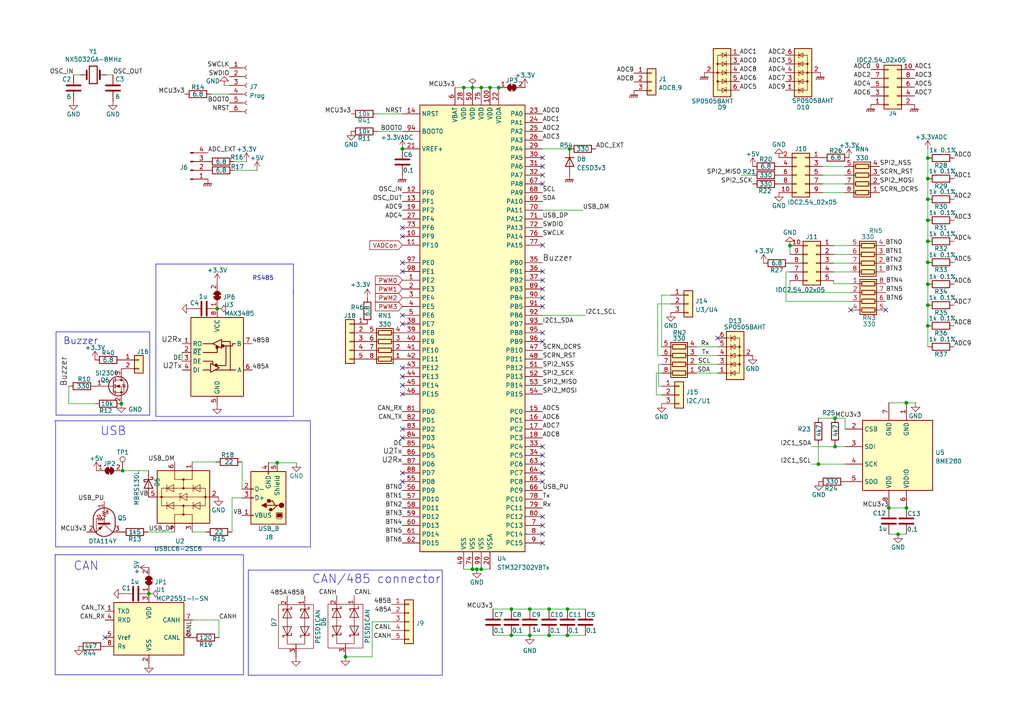
<source format=kicad_sch>
(kicad_sch (version 20230121) (generator eeschema)
  (paper "A4")
  (junction (at 269.113 82.423))
  (junction (at 229.108 71.247))
  (junction (at 165.227 43.18))
  (junction (at 35.179 117.094))
  (junction (at 144.653 25.4))
  (junction (at 142.113 25.4))
  (junction (at 260.477 154.94))
  (junction (at 137.033 165.1))
  (junction (at 269.113 88.519))
  (junction (at 100.203 190.5))
  (junction (at 134.493 25.4))
  (junction (at 159.258 176.657))
  (junction (at 257.81 147.32))
  (junction (at 164.592 184.277))
  (junction (at 159.258 184.277))
  (junction (at 269.113 51.816))
  (junction (at 242.189 121.285))
  (junction (at 153.67 184.277))
  (junction (at 262.89 147.32))
  (junction (at 269.113 45.847))
  (junction (at 269.113 94.488))
  (junction (at 139.573 25.4))
  (junction (at 269.113 69.977))
  (junction (at 269.113 63.881))
  (junction (at 139.573 165.1))
  (junction (at 148.336 176.657))
  (junction (at 262.89 116.84))
  (junction (at 137.033 25.4))
  (junction (at 269.113 57.785))
  (junction (at 43.18 172.212))
  (junction (at 269.113 76.073))
  (junction (at 62.992 89.535))
  (junction (at 148.336 184.277))
  (junction (at 237.363 134.62))
  (junction (at 164.592 176.657))
  (junction (at 153.67 176.657))
  (junction (at 80.391 134.239))
  (junction (at 116.713 43.18))
  (junction (at 35.56 136.525))
  (junction (at 242.189 129.54))
  (junction (at 138.303 165.1))
  (no_connect (at 157.353 71.12))
  (no_connect (at 157.353 132.08))
  (no_connect (at 157.353 129.54))
  (no_connect (at 256.921 89.916))
  (no_connect (at 246.761 89.916))
  (no_connect (at 157.353 157.48))
  (no_connect (at 116.713 66.04))
  (no_connect (at 157.353 81.28))
  (no_connect (at 157.353 45.72))
  (no_connect (at 157.353 48.26))
  (no_connect (at 157.353 50.8))
  (no_connect (at 157.353 53.34))
  (no_connect (at 30.48 184.912))
  (no_connect (at 208.153 98.044))
  (no_connect (at 116.713 137.16))
  (no_connect (at 116.713 139.7))
  (no_connect (at 116.713 106.68))
  (no_connect (at 116.713 109.22))
  (no_connect (at 116.713 111.76))
  (no_connect (at 116.713 114.3))
  (no_connect (at 116.713 124.46))
  (no_connect (at 116.713 127))
  (no_connect (at 157.353 139.7))
  (no_connect (at 157.353 137.16))
  (no_connect (at 157.353 134.62))
  (no_connect (at 157.353 154.94))
  (no_connect (at 157.353 152.4))
  (no_connect (at 157.353 149.86))
  (no_connect (at 116.713 68.58))
  (no_connect (at 157.353 99.06))
  (no_connect (at 157.353 96.52))
  (no_connect (at 157.353 78.74))
  (no_connect (at 116.713 76.2))
  (no_connect (at 116.713 78.74))
  (no_connect (at 116.713 91.44))
  (no_connect (at 116.713 93.98))
  (no_connect (at 157.353 83.82))
  (no_connect (at 157.353 88.9))
  (no_connect (at 157.353 86.36))
  (wire (pts (xy 159.258 176.657) (xy 164.592 176.657)))
  (wire (pts (xy 235.331 134.62) (xy 237.363 134.62)))
  (wire (pts (xy 131.953 25.4) (xy 134.493 25.4)))
  (wire (pts (xy 238.633 50.8) (xy 244.983 50.8)))
  (wire (pts (xy 241.808 76.327) (xy 246.634 76.327)))
  (wire (pts (xy 208.153 100.584) (xy 202.057 100.584)))
  (wire (pts (xy 269.113 51.816) (xy 269.113 57.785)))
  (wire (pts (xy 137.033 165.1) (xy 138.303 165.1)))
  (wire (pts (xy 191.897 103.124) (xy 190.754 103.124)))
  (wire (pts (xy 67.31 144.399) (xy 70.231 144.399)))
  (polyline (pts (xy 128.27 165.354) (xy 123.317 165.354)))
  (wire (pts (xy 229.108 78.867) (xy 227.965 78.867)))
  (wire (pts (xy 32.766 21.717) (xy 30.861 21.717)))
  (polyline (pts (xy 16.129 122.047) (xy 16.129 158.623)))
  (wire (pts (xy 153.67 184.277) (xy 159.258 184.277)))
  (wire (pts (xy 237.363 121.285) (xy 242.189 121.285)))
  (wire (pts (xy 242.189 129.54) (xy 245.11 129.54)))
  (wire (pts (xy 269.113 43.307) (xy 269.113 45.847)))
  (wire (pts (xy 241.808 78.867) (xy 246.634 78.867)))
  (wire (pts (xy 134.493 25.4) (xy 137.033 25.4)))
  (wire (pts (xy 269.113 45.847) (xy 269.113 51.816)))
  (wire (pts (xy 80.391 134.239) (xy 85.979 134.239)))
  (wire (pts (xy 143.002 176.657) (xy 148.336 176.657)))
  (polyline (pts (xy 72.009 165.354) (xy 72.009 195.834)))
  (polyline (pts (xy 123.571 195.834) (xy 128.27 195.834)))
  (wire (pts (xy 229.108 71.247) (xy 229.108 73.787)))
  (wire (pts (xy 148.336 184.277) (xy 153.67 184.277)))
  (wire (pts (xy 208.153 105.664) (xy 202.057 105.664)))
  (wire (pts (xy 245.11 134.62) (xy 237.363 134.62)))
  (wire (pts (xy 237.363 134.62) (xy 237.363 128.905)))
  (wire (pts (xy 241.808 73.787) (xy 246.634 73.787)))
  (polyline (pts (xy 85.09 120.777) (xy 85.09 84.201)))
  (wire (pts (xy 257.81 154.94) (xy 260.477 154.94)))
  (wire (pts (xy 241.808 81.407) (xy 241.808 82.296)))
  (wire (pts (xy 107.95 180.34) (xy 107.95 190.5)))
  (wire (pts (xy 100.203 190.627) (xy 100.203 190.5)))
  (polyline (pts (xy 16.256 120.396) (xy 16.256 96.266)))
  (polyline (pts (xy 72.009 165.354) (xy 123.571 165.354)))
  (polyline (pts (xy 16.129 158.623) (xy 90.043 158.623)))
  (wire (pts (xy 139.573 25.4) (xy 142.113 25.4)))
  (wire (pts (xy 208.153 103.124) (xy 202.057 103.124)))
  (wire (pts (xy 238.633 48.26) (xy 244.983 48.26)))
  (wire (pts (xy 194.564 88.138) (xy 190.754 88.138)))
  (wire (pts (xy 227.965 87.376) (xy 246.761 87.376)))
  (wire (pts (xy 42.926 154.305) (xy 50.673 154.305)))
  (wire (pts (xy 52.832 104.775) (xy 52.832 102.235)))
  (wire (pts (xy 35.56 136.525) (xy 43.053 136.525)))
  (wire (pts (xy 260.477 154.94) (xy 262.89 154.94)))
  (wire (pts (xy 159.258 184.277) (xy 164.592 184.277)))
  (wire (pts (xy 229.108 84.836) (xy 229.108 81.407)))
  (wire (pts (xy 262.89 116.84) (xy 265.557 116.84)))
  (wire (pts (xy 169.799 176.657) (xy 164.592 176.657)))
  (wire (pts (xy 169.799 184.277) (xy 164.592 184.277)))
  (wire (pts (xy 138.303 165.1) (xy 139.573 165.1)))
  (wire (pts (xy 242.189 128.905) (xy 242.189 129.54)))
  (wire (pts (xy 148.336 176.657) (xy 153.67 176.657)))
  (wire (pts (xy 241.808 82.296) (xy 246.761 82.296)))
  (wire (pts (xy 269.113 57.785) (xy 269.113 63.881)))
  (wire (pts (xy 19.939 117.094) (xy 19.939 112.014)))
  (polyline (pts (xy 123.571 195.834) (xy 72.009 195.834)))
  (wire (pts (xy 142.113 25.4) (xy 144.653 25.4)))
  (polyline (pts (xy 70.612 195.707) (xy 16.002 195.707)))
  (polyline (pts (xy 16.002 195.707) (xy 16.002 160.782)))
  (wire (pts (xy 241.808 71.247) (xy 246.634 71.247)))
  (wire (pts (xy 190.373 108.204) (xy 190.373 114.554)))
  (polyline (pts (xy 45.212 76.581) (xy 45.212 84.074)))
  (wire (pts (xy 65.024 24.765) (xy 66.548 24.765)))
  (polyline (pts (xy 43.434 96.266) (xy 43.434 120.396)))
  (polyline (pts (xy 128.27 195.834) (xy 128.27 165.354)))
  (wire (pts (xy 238.633 53.34) (xy 244.983 53.34)))
  (wire (pts (xy 191.897 85.598) (xy 191.897 100.584)))
  (wire (pts (xy 227.965 78.867) (xy 227.965 87.376)))
  (wire (pts (xy 238.633 55.88) (xy 244.983 55.88)))
  (wire (pts (xy 246.761 84.836) (xy 229.108 84.836)))
  (wire (pts (xy 134.493 165.1) (xy 137.033 165.1)))
  (polyline (pts (xy 45.212 84.201) (xy 45.212 120.777)))
  (polyline (pts (xy 15.875 122.047) (xy 90.043 122.047)))
  (wire (pts (xy 139.573 165.1) (xy 142.113 165.1)))
  (wire (pts (xy 191.008 105.664) (xy 191.897 105.664)))
  (wire (pts (xy 61.214 27.305) (xy 66.548 27.305)))
  (wire (pts (xy 63.5 184.912) (xy 63.5 179.832)))
  (wire (pts (xy 55.753 154.305) (xy 59.69 154.305)))
  (polyline (pts (xy 85.09 84.963) (xy 85.09 76.581)))
  (polyline (pts (xy 43.434 120.396) (xy 16.256 120.396)))
  (wire (pts (xy 269.113 94.488) (xy 269.113 100.584)))
  (wire (pts (xy 67.31 154.305) (xy 67.31 144.399)))
  (wire (pts (xy 169.799 91.44) (xy 157.353 91.44)))
  (wire (pts (xy 137.033 25.4) (xy 139.573 25.4)))
  (wire (pts (xy 269.113 82.423) (xy 269.113 88.519)))
  (wire (pts (xy 215.011 50.8) (xy 218.313 50.8)))
  (wire (pts (xy 109.474 33.02) (xy 116.713 33.02)))
  (wire (pts (xy 269.113 63.881) (xy 269.113 69.977)))
  (wire (pts (xy 242.189 121.285) (xy 245.11 121.285)))
  (wire (pts (xy 169.037 60.96) (xy 157.353 60.96)))
  (wire (pts (xy 55.753 133.985) (xy 62.611 133.985)))
  (wire (pts (xy 191.897 112.014) (xy 191.008 112.014)))
  (wire (pts (xy 269.113 69.977) (xy 269.113 76.073)))
  (wire (pts (xy 190.373 114.554) (xy 191.897 114.554)))
  (polyline (pts (xy 16.002 160.909) (xy 70.612 160.909)))
  (wire (pts (xy 257.81 147.32) (xy 262.89 147.32)))
  (wire (pts (xy 190.754 88.138) (xy 190.754 103.124)))
  (wire (pts (xy 269.113 76.073) (xy 269.113 82.423)))
  (wire (pts (xy 21.336 21.717) (xy 23.241 21.717)))
  (wire (pts (xy 67.945 46.863) (xy 71.501 46.863)))
  (wire (pts (xy 100.203 190.5) (xy 107.95 190.5)))
  (wire (pts (xy 109.474 38.1) (xy 116.713 38.1)))
  (wire (pts (xy 208.153 108.204) (xy 202.057 108.204)))
  (wire (pts (xy 153.67 176.657) (xy 159.258 176.657)))
  (wire (pts (xy 77.851 134.239) (xy 80.391 134.239)))
  (polyline (pts (xy 85.09 76.581) (xy 45.212 76.581)))
  (wire (pts (xy 245.11 121.285) (xy 245.11 124.46)))
  (wire (pts (xy 191.897 85.598) (xy 194.564 85.598)))
  (polyline (pts (xy 16.256 96.266) (xy 43.434 96.266)))
  (polyline (pts (xy 90.043 158.623) (xy 90.043 122.047)))
  (wire (pts (xy 27.559 117.094) (xy 19.939 117.094)))
  (wire (pts (xy 143.002 184.277) (xy 148.336 184.277)))
  (wire (pts (xy 269.113 88.519) (xy 269.113 94.488)))
  (wire (pts (xy 191.008 112.014) (xy 191.008 105.664)))
  (polyline (pts (xy 70.612 160.909) (xy 70.612 195.707)))
  (wire (pts (xy 70.231 133.985) (xy 70.231 141.859)))
  (wire (pts (xy 67.945 49.403) (xy 74.549 49.403)))
  (wire (pts (xy 157.353 43.18) (xy 165.227 43.18)))
  (polyline (pts (xy 45.212 120.777) (xy 85.09 120.777)))
  (wire (pts (xy 257.81 116.84) (xy 262.89 116.84)))
  (wire (pts (xy 191.897 108.204) (xy 190.373 108.204)))
  (wire (pts (xy 63.5 179.832) (xy 55.88 179.832)))
  (wire (pts (xy 235.331 129.54) (xy 242.189 129.54)))
  (wire (pts (xy 113.538 180.34) (xy 107.95 180.34)))
  (text "USB" (at 36.703 126.619 0) (effects (font (size 2.4892 2.4892)) (justify right bottom)))
  (text "RS485" (at 73.152 81.534 0) (effects (font (size 1.27 1.27)) (justify left bottom)))
  (text "Buzzer" (at 18.288 100.203 0) (effects (font (size 2.0066 2.0066)) (justify left bottom)))
  (text "CAN/485 connector" (at 90.424 169.545 0) (effects (font (size 2.4892 2.4892)) (justify left bottom)))
  (text "CAN" (at 28.702 165.735 0) (effects (font (size 2.4892 2.4892)) (justify right bottom)))
  (label "CAN_TX" (at 30.48 177.292 180))
  (label "SPI2_SCK" (at 218.313 53.34 180))
  (label "ADC1" (at 265.303 20.193 0))
  (label "ADC8" (at 183.896 23.749 180))
  (label "ADC4" (at 116.713 63.5 180))
  (label "OSC_IN" (at 21.336 21.717 180))
  (label "MCU3v3" (at 131.953 25.4 180))
  (label "ADC_EXT" (at 172.847 43.18 0))
  (label "ADC0" (at 157.353 33.02 0))
  (label "SCRN_RST" (at 157.353 104.14 0))
  (label "ADC4" (at 252.603 25.273 180))
  (label "BOOT0" (at 66.548 29.845 180))
  (label "Tx" (at 205.74 103.124 180))
  (label "CANH" (at 113.538 185.42 180))
  (label "CAN_TX" (at 116.713 121.92 180))
  (label "OSC_IN" (at 116.713 55.88 180))
  (label "U2Tx" (at 52.832 107.315 180) (effects (font (size 1.524 1.524))))
  (label "OSC_OUT" (at 116.713 58.42 180))
  (label "SWDIO" (at 66.548 22.225 180))
  (label "DE" (at 52.832 104.775 180))
  (label "CAN_RX" (at 116.713 119.38 180))
  (label "MCU3v3" (at 257.81 147.32 180))
  (label "CAN_RX" (at 30.48 179.832 180))
  (label "VB" (at 70.231 149.479 180))
  (label "CANL" (at 55.88 184.912 90))
  (label "SCRN_RST" (at 255.143 50.8 0))
  (label "MCU3v3" (at 101.854 33.02 180))
  (label "SPI2_NSS" (at 255.143 48.26 0))
  (label "Buzzer" (at 19.939 112.014 90) (effects (font (size 1.7018 1.7018))))
  (label "ADC1" (at 276.733 51.816 0))
  (label "ADC5" (at 157.353 119.38 0))
  (label "MCU3v3" (at 25.146 154.305 180))
  (label "SDA" (at 157.353 58.42 0))
  (label "BTN1" (at 256.794 73.787 0))
  (label "SCRN_DCRS" (at 255.143 55.88 0))
  (label "USB_DP" (at 50.673 154.305 180))
  (label "ADC0" (at 276.733 45.847 0))
  (label "485B" (at 88.392 172.847 180))
  (label "SPI2_MISO" (at 157.353 111.76 0))
  (label "USB_DM" (at 169.037 60.96 0))
  (label "USB_DM" (at 50.673 133.985 180))
  (label "ADC7" (at 265.303 27.813 0))
  (label "NRST" (at 66.548 32.385 180))
  (label "ADC6" (at 252.603 27.813 180))
  (label "ADC4" (at 276.733 69.977 0))
  (label "SCRN_DCRS" (at 157.353 101.6 0))
  (label "485B" (at 113.538 175.26 180))
  (label "ADC2" (at 157.353 38.1 0))
  (label "BTN3" (at 256.794 78.867 0))
  (label "ADC0" (at 252.603 20.193 180))
  (label "VB" (at 43.053 144.145 180))
  (label "BTN2" (at 256.794 76.327 0))
  (label "ADC7" (at 157.353 124.46 0))
  (label "MCU3v3" (at 143.002 176.657 180))
  (label "USB_DP" (at 157.353 63.5 0))
  (label "CANL" (at 102.743 172.72 0))
  (label "U2Tx" (at 116.713 132.08 180) (effects (font (size 1.524 1.524))))
  (label "CANL" (at 113.538 182.88 180))
  (label "OSC_OUT" (at 32.766 21.717 0))
  (label "SWCLK" (at 66.548 19.685 180))
  (label "Buzzer" (at 157.353 76.2 0) (effects (font (size 1.7018 1.7018))))
  (label "BTN3" (at 116.713 149.86 180))
  (label "DE" (at 116.713 129.54 180))
  (label "485A" (at 113.538 177.8 180))
  (label "SPI2_MOSI" (at 255.143 53.34 0))
  (label "ADC3" (at 227.838 18.542 180))
  (label "SCL" (at 206.121 105.664 180))
  (label "ADC8" (at 157.353 127 0))
  (label "ADC0" (at 214.503 18.542 0))
  (label "ADC_EXT" (at 60.325 44.323 0))
  (label "I2C1_SDA" (at 235.331 129.54 180))
  (label "ADC7" (at 276.733 88.519 0))
  (label "ADC6" (at 157.353 121.92 0))
  (label "BTN5" (at 116.713 154.94 180))
  (label "ADC1" (at 214.503 16.002 0))
  (label "I2C1_SCL" (at 235.331 134.62 180))
  (label "U2Rx" (at 116.713 134.62 180) (effects (font (size 1.524 1.524))))
  (label "BOOT0" (at 116.713 38.1 180))
  (label "ADC2" (at 276.733 57.785 0))
  (label "U2Rx" (at 52.832 99.695 180) (effects (font (size 1.524 1.524))))
  (label "MCU3v3" (at 242.189 121.285 0))
  (label "SPI2_SCK" (at 157.353 109.22 0))
  (label "USB_PU" (at 30.226 145.415 180))
  (label "SDA" (at 205.994 108.204 180))
  (label "ADC6" (at 276.733 82.423 0))
  (label "BTN2" (at 116.713 147.32 180))
  (label "BTN1" (at 116.713 144.78 180))
  (label "I2C1_SDA" (at 157.353 93.98 0))
  (label "BTN6" (at 256.921 87.376 0))
  (label "I2C1_SCL" (at 169.799 91.44 0))
  (label "ADC9" (at 276.733 100.584 0))
  (label "ADC9" (at 227.838 26.162 180))
  (label "ADC3" (at 157.353 40.64 0))
  (label "MCU3v3" (at 53.594 27.305 180))
  (label "ADC9" (at 183.896 21.209 180))
  (label "SWCLK" (at 157.353 68.58 0))
  (label "ADC5" (at 276.733 76.073 0))
  (label "ADC3" (at 276.733 63.881 0))
  (label "ADC8" (at 276.733 94.488 0))
  (label "ADC8" (at 214.503 21.082 0))
  (label "ADC1" (at 157.353 35.56 0))
  (label "Rx" (at 157.353 147.32 0))
  (label "CANH" (at 97.663 172.72 180))
  (label "BTN4" (at 116.713 152.4 180))
  (label "ADC6" (at 214.503 23.622 0))
  (label "BTN5" (at 256.921 84.836 0))
  (label "NRST" (at 116.713 33.02 180))
  (label "BTN0" (at 256.794 71.247 0))
  (label "CANH" (at 63.5 179.832 0))
  (label "485A" (at 73.152 107.315 0))
  (label "BTN4" (at 256.921 82.296 0))
  (label "ADC9" (at 116.713 60.96 180))
  (label "SWDIO" (at 157.353 66.04 0))
  (label "Rx" (at 205.74 100.584 180))
  (label "SPI2_MOSI" (at 157.353 114.3 0))
  (label "BTN0" (at 116.713 142.24 180))
  (label "ADC5" (at 265.303 25.273 0))
  (label "BTN6" (at 116.713 157.48 180))
  (label "ADC5" (at 214.503 26.162 0))
  (label "Tx" (at 157.353 144.78 0))
  (label "ADC4" (at 227.838 21.082 180))
  (label "485B" (at 73.152 99.695 0))
  (label "ADC2" (at 227.838 16.002 180))
  (label "SPI2_MISO" (at 215.011 50.8 180))
  (label "ADC2" (at 252.603 22.733 180))
  (label "ADC3" (at 265.303 22.733 0))
  (label "USB_PU" (at 157.353 142.24 0))
  (label "SPI2_NSS" (at 157.353 106.68 0))
  (label "ADC7" (at 227.838 23.622 180))
  (label "SCL" (at 157.353 55.88 0))
  (label "485A" (at 83.312 172.847 180))
  (global_label "PWM1" (shape input) (at 116.713 83.82 180) (property "Intersheetrefs" "${INTERSHEET_REFS}" (effects hide)))
  (global_label "PWM3" (shape input) (at 116.713 88.9 180) (property "Intersheetrefs" "${INTERSHEET_REFS}" (effects hide)))
  (global_label "PWM0" (shape input) (at 116.713 81.28 180) (property "Intersheetrefs" "${INTERSHEET_REFS}" (effects hide)))
  (global_label "PWM2" (shape input) (at 116.713 86.36 180) (property "Intersheetrefs" "${INTERSHEET_REFS}" (effects hide)))
  (global_label "VADCon" (shape input) (at 116.713 71.12 180) (property "Intersheetrefs" "${INTERSHEET_REFS}" (effects hide)))
  (symbol (lib_id "Device:R") (at 272.923 100.584 90) (unit 1)
    (property "Reference" "R37" (at 272.923 102.743 90))
    (property "Value" "1k 0.1%" (at 273.304 98.425 90))
    (property "Footprint" "Resistor_SMD:R_0805_2012Metric_Pad1.20x1.40mm_HandSolder" (effects hide))
  )
  (symbol (lib_id "Device:R") (at 64.135 46.863 270) (unit 1)
    (property "Reference" "R16" (at 68.707 45.593 90))
    (property "Value" "6.8" (at 64.135 46.863 90))
    (property "Footprint" "Resistor_SMD:R_0603_1608Metric_Pad0.98x0.95mm_HandSolder" (effects hide))
  )
  (symbol (lib_id "power:+3.3VADC") (at 269.113 43.307 0) (unit 1)
    (property "Reference" "#PWR050" (effects hide))
    (property "Value" "+3.3VADC" (at 270.129 39.751 0))
  )
  (symbol (lib_id "power:GND") (at 138.303 165.1 0) (unit 1)
    (property "Reference" "#PWR032" (effects hide))
    (property "Value" "GND" (at 138.303 168.91 0))
  )
  (symbol (lib_id "Connector:Conn_01x04_Male") (at 55.245 49.403 0) (mirror x) (unit 1)
    (property "Reference" "J6" (at 54.5339 48.5668 0) (effects (justify right)))
    (property "Value" "ADCext" (effects hide))
    (property "Footprint" "Connector_JST:JST_EH_B4B-EH-A_1x04_P2.50mm_Vertical" (effects hide))
  )
  (symbol (lib_id "power:GND") (at 32.766 29.337 0) (unit 1)
    (property "Reference" "#PWR016" (effects hide))
    (property "Value" "GND" (at 32.766 33.147 0))
  )
  (symbol (lib_id "Device:D_Schottky") (at 43.053 140.335 270) (unit 1)
    (property "Reference" "D5" (at 45.593 139.827 0))
    (property "Value" "MBRS130L" (at 39.624 141.605 0))
    (property "Footprint" "Diode_SMD:D_SMB_Handsoldering" (effects hide))
  )
  (symbol (lib_id "Device:R") (at 272.923 88.519 90) (unit 1)
    (property "Reference" "R35" (at 272.923 90.678 90))
    (property "Value" "1k 0.1%" (at 273.304 86.36 90))
    (property "Footprint" "Resistor_SMD:R_0805_2012Metric_Pad1.20x1.40mm_HandSolder" (effects hide))
  )
  (symbol (lib_id "power:GND") (at 62.992 117.475 0) (unit 1)
    (property "Reference" "#PWR024" (effects hide))
    (property "Value" "GND" (effects hide))
  )
  (symbol (lib_id "Device:R") (at 272.923 76.073 90) (unit 1)
    (property "Reference" "R33" (at 272.923 78.232 90))
    (property "Value" "1k 0.1%" (at 273.304 73.914 90))
    (property "Footprint" "Resistor_SMD:R_0805_2012Metric_Pad1.20x1.40mm_HandSolder" (effects hide))
  )
  (symbol (lib_id "power:GND") (at 237.49 139.7 0) (unit 1)
    (property "Reference" "#PWR043" (effects hide))
    (property "Value" "GND" (at 237.49 143.51 0))
  )
  (symbol (lib_id "Jumper:SolderJumper_2_Bridged") (at 31.75 136.525 0) (unit 1)
    (property "Reference" "JP2" (at 31.75 134.4732 0))
    (property "Value" "USB5V" (effects hide))
    (property "Footprint" "Jumper:SolderJumper-2_P1.3mm_Open_TrianglePad1.0x1.5mm" (effects hide))
  )
  (symbol (lib_id "power:+3.3V") (at 221.488 76.327 0) (unit 1)
    (property "Reference" "#PWR045" (effects hide))
    (property "Value" "+3.3V" (at 221.488 72.771 0))
  )
  (symbol (lib_id "power:PWR_FLAG") (at 43.18 172.212 270) (unit 1)
    (property "Reference" "#FLG0101" (effects hide))
    (property "Value" "PWR_FLAG" (effects hide))
  )
  (symbol (lib_id "power:GNDPWR") (at 116.713 50.8 0) (unit 1)
    (property "Reference" "#PWR01" (effects hide))
    (property "Value" "GNDPWR" (effects hide))
  )
  (symbol (lib_id "Device:R") (at 272.923 63.881 90) (unit 1)
    (property "Reference" "R31" (at 272.923 66.04 90))
    (property "Value" "1k 0.1%" (at 273.304 61.722 90))
    (property "Footprint" "Resistor_SMD:R_0805_2012Metric_Pad1.20x1.40mm_HandSolder" (effects hide))
  )
  (symbol (lib_id "Device:C") (at 116.713 46.99 0) (unit 1)
    (property "Reference" "C6" (at 116.967 44.831 0) (effects (justify left)))
    (property "Value" "0.1" (at 116.84 49.403 0) (effects (justify left)))
    (property "Footprint" "Capacitor_SMD:C_0603_1608Metric_Pad1.08x0.95mm_HandSolder" (effects hide))
  )
  (symbol (lib_id "Connector_Generic:Conn_01x03") (at 199.644 88.138 0) (unit 1)
    (property "Reference" "J14" (at 201.676 87.3033 0) (effects (justify left)))
    (property "Value" "U3/U4" (at 201.676 89.8402 0) (effects (justify left)))
    (property "Footprint" "Connector_JST:JST_EH_B3B-EH-A_1x03_P2.50mm_Vertical" (effects hide))
  )
  (symbol (lib_id "power:GND") (at 225.933 55.88 0) (unit 1)
    (property "Reference" "#PWR039" (effects hide))
    (property "Value" "GND" (at 225.933 59.69 0))
  )
  (symbol (lib_id "Device:R") (at 26.67 187.452 90) (unit 1)
    (property "Reference" "R44" (at 27.94 189.484 90) (effects (justify left)))
    (property "Value" "4k7" (at 28.194 187.452 90) (effects (justify left)))
    (property "Footprint" "Resistor_SMD:R_0603_1608Metric_Pad0.98x0.95mm_HandSolder" (effects hide))
  )
  (symbol (lib_id "Device:R") (at 272.923 94.488 90) (unit 1)
    (property "Reference" "R36" (at 272.923 96.647 90))
    (property "Value" "1k 0.1%" (at 273.304 92.329 90))
    (property "Footprint" "Resistor_SMD:R_0805_2012Metric_Pad1.20x1.40mm_HandSolder" (effects hide))
  )
  (symbol (lib_id "Device:C") (at 159.258 180.467 0) (unit 1)
    (property "Reference" "C10" (at 159.512 178.308 0) (effects (justify left)))
    (property "Value" "0.1" (at 159.385 182.88 0) (effects (justify left)))
    (property "Footprint" "Capacitor_SMD:C_0603_1608Metric_Pad1.08x0.95mm_HandSolder" (effects hide))
  )
  (symbol (lib_id "Device:C") (at 59.182 89.535 90) (unit 1)
    (property "Reference" "C4" (at 57.785 87.884 90) (effects (justify left)))
    (property "Value" "1u" (at 60.198 85.979 90) (effects (justify left)))
    (property "Footprint" "Capacitor_SMD:C_0603_1608Metric_Pad1.08x0.95mm_HandSolder" (effects hide))
  )
  (symbol (lib_id "Device:R") (at 57.404 27.305 90) (unit 1)
    (property "Reference" "R14" (at 57.404 25.273 90))
    (property "Value" "6.8" (at 57.404 27.305 90))
    (property "Footprint" "Resistor_SMD:R_0603_1608Metric_Pad0.98x0.95mm_HandSolder" (effects hide))
  )
  (symbol (lib_id "Connector_Generic:Conn_02x05_Counter_Clockwise") (at 236.728 76.327 0) (mirror y) (unit 1)
    (property "Reference" "J11" (at 235.458 68.707 0))
    (property "Value" "IDC2.54_02x05" (at 232.156 84.074 0))
    (property "Footprint" "Connector_IDC:IDC-Header_2x05_P2.54mm_Vertical" (effects hide))
  )
  (symbol (lib_id "Device:R") (at 106.553 90.17 0) (unit 1)
    (property "Reference" "R46" (at 103.632 89.154 0))
    (property "Value" "6.8" (at 106.553 90.17 90))
    (property "Footprint" "Resistor_SMD:R_0603_1608Metric_Pad0.98x0.95mm_HandSolder" (effects hide))
  )
  (symbol (lib_id "Power_Protection:USBLC6-2SC6") (at 53.213 144.145 90) (mirror x) (unit 1)
    (property "Reference" "U2" (at 52.197 156.972 90))
    (property "Value" "USBLC6-2SC6" (at 51.689 159.131 90))
    (property "Footprint" "Package_TO_SOT_SMD:SOT-23-6" (effects hide))
    (property "Datasheet" "https://www.st.com/resource/en/datasheet/usblc6-2.pdf" (effects hide))
  )
  (symbol (lib_id "power:+5V") (at 74.549 49.403 0) (unit 1)
    (property "Reference" "#PWR028" (effects hide))
    (property "Value" "+5V" (at 74.549 45.8272 0))
  )
  (symbol (lib_id "power:GND") (at 65.024 24.765 180) (unit 1)
    (property "Reference" "#PWR026" (effects hide))
    (property "Value" "GND" (at 59.69 23.495 0) (effects (justify right)))
  )
  (symbol (lib_id "Power_Protection:SP0505BAHT") (at 209.423 21.082 270) (unit 1)
    (property "Reference" "D9" (at 209.423 31.115 90))
    (property "Value" "SP0505BAHT" (at 206.629 29.337 90))
    (property "Footprint" "Package_TO_SOT_SMD:SOT-23-6" (effects hide))
    (property "Datasheet" "http://www.littelfuse.com/~/media/files/littelfuse/technical%20resources/documents/data%20sheets/sp05xxba.pdf" (effects hide))
  )
  (symbol (lib_id "Device:R") (at 39.116 154.305 270) (unit 1)
    (property "Reference" "R13" (at 39.116 156.337 90))
    (property "Value" "1k5" (at 39.116 154.305 90))
    (property "Footprint" "Resistor_SMD:R_0603_1608Metric_Pad0.98x0.95mm_HandSolder" (effects hide))
  )
  (symbol (lib_id "Device:R") (at 237.363 125.095 0) (unit 1)
    (property "Reference" "R23" (at 231.267 124.46 0) (effects (justify left)))
    (property "Value" "4k7" (at 237.49 126.746 90) (effects (justify left)))
    (property "Footprint" "Resistor_SMD:R_0603_1608Metric_Pad0.98x0.95mm_HandSolder" (effects hide))
  )
  (symbol (lib_id "Device:C") (at 148.336 180.467 0) (unit 1)
    (property "Reference" "C8" (at 148.59 178.308 0) (effects (justify left)))
    (property "Value" "0.1" (at 148.463 182.88 0) (effects (justify left)))
    (property "Footprint" "Capacitor_SMD:C_0603_1608Metric_Pad1.08x0.95mm_HandSolder" (effects hide))
  )
  (symbol (lib_id "Device:R") (at 23.749 112.014 270) (unit 1)
    (property "Reference" "R10" (at 22.479 109.982 90) (effects (justify left)))
    (property "Value" "330" (at 22.225 112.014 90) (effects (justify left)))
    (property "Footprint" "Resistor_SMD:R_0603_1608Metric_Pad0.98x0.95mm_HandSolder" (effects hide))
  )
  (symbol (lib_id "power:PWR_FLAG") (at 62.992 89.535 270) (unit 1)
    (property "Reference" "#FLG0102" (effects hide))
    (property "Value" "PWR_FLAG" (effects hide))
  )
  (symbol (lib_id "Device:R") (at 169.037 43.18 90) (unit 1)
    (property "Reference" "R54" (at 164.211 42.164 90))
    (property "Value" "330" (at 169.037 43.18 90))
    (property "Footprint" "Resistor_SMD:R_0603_1608Metric_Pad0.98x0.95mm_HandSolder" (effects hide))
  )
  (symbol (lib_id "Device:R") (at 105.664 38.1 270) (unit 1)
    (property "Reference" "R11" (at 105.664 40.132 90))
    (property "Value" "10k" (at 105.664 38.1 90))
    (property "Footprint" "Resistor_SMD:R_0603_1608Metric_Pad0.98x0.95mm_HandSolder" (effects hide))
  )
  (symbol (lib_id "power:GNDPWR") (at 265.303 30.353 0) (unit 1)
    (property "Reference" "#PWR048" (effects hide))
    (property "Value" "GNDPWR" (effects hide))
  )
  (symbol (lib_id "Device:Q_NMOS_GSD") (at 32.639 112.014 0) (unit 1)
    (property "Reference" "Q6" (at 29.083 110.236 0) (effects (justify left)))
    (property "Value" "SI2300" (at 27.559 108.204 0) (effects (justify left)))
    (property "Footprint" "Package_TO_SOT_SMD:SOT-23_Handsoldering" (effects hide))
  )
  (symbol (lib_id "Interface_CAN_LIN:MCP2551-I-SN") (at 43.18 182.372 0) (unit 1)
    (property "Reference" "U1" (at 45.1994 171.0522 0) (effects (justify left)))
    (property "Value" "MCP2551-I-SN" (at 45.1994 173.5891 0) (effects (justify left)))
    (property "Footprint" "Package_SO:SOIC-8_3.9x4.9mm_P1.27mm" (effects hide))
    (property "Datasheet" "http://ww1.microchip.com/downloads/en/devicedoc/21667d.pdf" (effects hide))
  )
  (symbol (lib_id "Device:C") (at 169.799 180.467 0) (unit 1)
    (property "Reference" "C5" (at 170.053 178.308 0) (effects (justify left)))
    (property "Value" "0.1" (at 169.926 182.88 0) (effects (justify left)))
    (property "Footprint" "Capacitor_SMD:C_0603_1608Metric_Pad1.08x0.95mm_HandSolder" (effects hide))
  )
  (symbol (lib_id "power:+3.3V") (at 62.992 81.915 0) (unit 1)
    (property "Reference" "#PWR023" (effects hide))
    (property "Value" "+3.3V" (at 62.992 78.359 0))
  )
  (symbol (lib_id "power:GND") (at 260.477 154.94 0) (unit 1)
    (property "Reference" "#PWR047" (effects hide))
    (property "Value" "GND" (at 260.477 158.75 0))
  )
  (symbol (lib_id "Device:R_Pack04") (at 111.633 99.06 90) (unit 1)
    (property "Reference" "RN1" (at 111.633 91.5502 90))
    (property "Value" "330" (at 111.633 94.0871 90))
    (property "Footprint" "Resistor_SMD:R_Array_Convex_4x0603" (effects hide))
  )
  (symbol (lib_id "power:GND") (at 229.108 71.247 180) (unit 1)
    (property "Reference" "#PWR040" (effects hide))
    (property "Value" "GND" (at 229.108 67.437 0))
  )
  (symbol (lib_id "power:GND") (at 194.564 90.678 0) (unit 1)
    (property "Reference" "#PWR072" (effects hide))
    (property "Value" "GND" (at 194.564 94.488 0))
  )
  (symbol (lib_id "Interface_UART:MAX3485") (at 62.992 102.235 0) (unit 1)
    (property "Reference" "U3" (at 65.0114 88.3752 0) (effects (justify left)))
    (property "Value" "MAX3485" (at 65.0114 90.9121 0) (effects (justify left)))
    (property "Footprint" "Package_SO:SO-8_3.9x4.9mm_P1.27mm" (effects hide))
    (property "Datasheet" "https://datasheets.maximintegrated.com/en/ds/MAX3483-MAX3491.pdf" (effects hide))
  )
  (symbol (lib_id "Device:R") (at 272.923 45.847 90) (unit 1)
    (property "Reference" "R28" (at 272.923 48.006 90))
    (property "Value" "1k 0.1%" (at 273.431 43.561 90))
    (property "Footprint" "Resistor_SMD:R_0805_2012Metric_Pad1.20x1.40mm_HandSolder" (effects hide))
  )
  (symbol (lib_id "Connector:TestPoint") (at 35.56 136.525 0) (unit 1)
    (property "Reference" "TP1" (at 33.782 131.191 0) (effects (justify left)))
    (property "Value" "5Vusb" (effects hide))
    (property "Footprint" "TestPoint:TestPoint_THTPad_1.5x1.5mm_Drill0.7mm" (effects hide))
  )
  (symbol (lib_id "Connector_Generic:Conn_01x05") (at 118.618 180.34 0) (unit 1)
    (property "Reference" "J9" (at 120.65 180.7738 0) (effects (justify left)))
    (property "Value" "485{slash}CAN" (effects hide))
    (property "Footprint" "Connector_JST:JST_EH_B5B-EH-A_1x05_P2.50mm_Vertical" (effects hide))
  )
  (symbol (lib_id "Device:R") (at 63.5 154.305 270) (unit 1)
    (property "Reference" "R15" (at 63.5 156.337 90))
    (property "Value" "22" (at 63.5 154.305 90))
    (property "Footprint" "Resistor_SMD:R_0603_1608Metric_Pad0.98x0.95mm_HandSolder" (effects hide))
  )
  (symbol (lib_id "power:GND") (at 85.979 134.239 0) (unit 1)
    (property "Reference" "#PWR029" (effects hide))
    (property "Value" "GND" (at 85.979 138.049 0))
  )
  (symbol (lib_id "Connector_Generic:Conn_01x02") (at 40.259 104.394 0) (unit 1)
    (property "Reference" "J16" (at 39.624 101.981 0) (effects (justify left)))
    (property "Value" "buzzer" (effects hide))
    (property "Footprint" "Connector_PinSocket_2.54mm:PinSocket_1x02_P2.54mm_Vertical" (effects hide))
  )
  (symbol (lib_id "power:GND") (at 191.897 117.094 0) (unit 1)
    (property "Reference" "#PWR071" (effects hide))
    (property "Value" "GND" (at 191.897 120.904 0))
  )
  (symbol (lib_id "power:GND") (at 35.56 172.212 270) (unit 1)
    (property "Reference" "#PWR030" (effects hide))
    (property "Value" "GND" (effects hide))
  )
  (symbol (lib_id "power:GND") (at 43.18 192.532 0) (unit 1)
    (property "Reference" "#PWR019" (effects hide))
    (property "Value" "GND" (effects hide))
  )
  (symbol (lib_id "Device:R") (at 272.923 57.785 90) (unit 1)
    (property "Reference" "R30" (at 272.923 59.944 90))
    (property "Value" "1k 0.1%" (at 273.304 55.626 90))
    (property "Footprint" "Resistor_SMD:R_0805_2012Metric_Pad1.20x1.40mm_HandSolder" (effects hide))
  )
  (symbol (lib_id "power:GND") (at 21.336 29.337 0) (unit 1)
    (property "Reference" "#PWR013" (effects hide))
    (property "Value" "GND" (at 21.336 33.147 0))
  )
  (symbol (lib_id "Jumper:SolderJumper_2_Bridged") (at 43.18 168.402 90) (unit 1)
    (property "Reference" "JP1" (at 44.831 168.8358 90) (effects (justify right)))
    (property "Value" "CAN" (effects hide))
    (property "Footprint" "Jumper:SolderJumper-2_P1.3mm_Open_TrianglePad1.0x1.5mm" (effects hide))
  )
  (symbol (lib_id "power:+5V") (at 43.18 164.592 90) (unit 1)
    (property "Reference" "#PWR012" (effects hide))
    (property "Value" "+5V" (at 39.624 164.592 0))
  )
  (symbol (lib_id "Jumper:SolderJumper_2_Bridged") (at 148.463 25.4 0) (unit 1)
    (property "Reference" "JP3" (at 148.463 23.3482 0))
    (property "Value" "MCU" (effects hide))
    (property "Footprint" "Jumper:SolderJumper-2_P1.3mm_Open_TrianglePad1.0x1.5mm" (effects hide))
  )
  (symbol (lib_id "Device:R") (at 105.664 33.02 270) (unit 1)
    (property "Reference" "R41" (at 105.664 35.052 90))
    (property "Value" "10k" (at 105.664 33.02 90))
    (property "Footprint" "Resistor_SMD:R_0603_1608Metric_Pad0.98x0.95mm_HandSolder" (effects hide))
  )
  (symbol (lib_id "elements:PESD1CAN") (at 88.392 180.467 270) (unit 1)
    (property "Reference" "D7" (at 79.502 180.467 0))
    (property "Value" "PESD1CAN" (at 92.202 181.737 0))
    (property "Footprint" "Package_TO_SOT_SMD:SOT-23" (effects hide))
  )
  (symbol (lib_id "Device:C") (at 164.592 180.467 0) (unit 1)
    (property "Reference" "C11" (at 164.846 178.308 0) (effects (justify left)))
    (property "Value" "0.1" (at 164.719 182.88 0) (effects (justify left)))
    (property "Footprint" "Capacitor_SMD:C_0603_1608Metric_Pad1.08x0.95mm_HandSolder" (effects hide))
  )
  (symbol (lib_id "Power_Protection:SP0505BAHT") (at 232.918 21.082 90) (unit 1)
    (property "Reference" "D10" (at 232.918 31.115 90))
    (property "Value" "SP0505BAHT" (at 235.712 29.21 90))
    (property "Footprint" "Package_TO_SOT_SMD:SOT-23-6" (effects hide))
    (property "Datasheet" "http://www.littelfuse.com/~/media/files/littelfuse/technical%20resources/documents/data%20sheets/sp05xxba.pdf" (effects hide))
  )
  (symbol (lib_id "Device:R") (at 242.189 125.095 0) (unit 1)
    (property "Reference" "R25" (at 238.379 119.761 0) (effects (justify left)))
    (property "Value" "4k7" (at 242.316 126.746 90) (effects (justify left)))
    (property "Footprint" "Resistor_SMD:R_0603_1608Metric_Pad0.98x0.95mm_HandSolder" (effects hide))
  )
  (symbol (lib_id "Device:C") (at 21.336 25.527 0) (mirror y) (unit 1)
    (property "Reference" "C2" (at 20.701 22.987 0) (effects (justify left)))
    (property "Value" "6" (at 20.701 28.067 0) (effects (justify left)))
    (property "Footprint" "Capacitor_SMD:C_0603_1608Metric_Pad1.08x0.95mm_HandSolder" (effects hide))
  )
  (symbol (lib_id "power:GNDPWR") (at 237.998 21.082 0) (unit 1)
    (property "Reference" "#PWR051" (effects hide))
    (property "Value" "GNDPWR" (effects hide))
  )
  (symbol (lib_id "elements:PESD1CAN") (at 102.743 180.34 270) (unit 1)
    (property "Reference" "D6" (at 93.853 180.34 0))
    (property "Value" "PESD1CAN" (at 106.553 181.61 0))
    (property "Footprint" "Package_TO_SOT_SMD:SOT-23" (effects hide))
  )
  (symbol (lib_id "Power_Protection:SP0505BAHT") (at 213.233 103.124 90) (unit 1)
    (property "Reference" "D13" (at 213.233 93.091 90))
    (property "Value" "SP0505BAHT" (at 216.027 94.869 90))
    (property "Footprint" "Package_TO_SOT_SMD:SOT-23-6" (effects hide))
    (property "Datasheet" "http://www.littelfuse.com/~/media/files/littelfuse/technical%20resources/documents/data%20sheets/sp05xxba.pdf" (effects hide))
  )
  (symbol (lib_id "Connector:USB_B") (at 77.851 144.399 180) (unit 1)
    (property "Reference" "J8" (at 76.835 155.829 0) (effects (justify right)))
    (property "Value" "USB_B" (at 74.803 153.289 0) (effects (justify right)))
    (property "Footprint" "Connector_USB:USB_B_TE_5787834_Vertical" (effects hide))
    (property "Datasheet" " ~" (effects hide))
  )
  (symbol (lib_id "Device:C") (at 143.002 180.467 0) (unit 1)
    (property "Reference" "C7" (at 143.256 178.308 0) (effects (justify left)))
    (property "Value" "0.1" (at 143.129 182.88 0) (effects (justify left)))
    (property "Footprint" "Capacitor_SMD:C_0603_1608Metric_Pad1.08x0.95mm_HandSolder" (effects hide))
  )
  (symbol (lib_id "Connector_Generic:Conn_01x05") (at 101.473 99.06 0) (mirror y) (unit 1)
    (property "Reference" "J18" (at 101.473 91.5472 0))
    (property "Value" "LEDs" (effects hide))
    (property "Footprint" "Connector_JST:JST_EH_B5B-EH-A_1x05_P2.50mm_Vertical" (effects hide))
  )
  (symbol (lib_id "Device:R") (at 59.69 184.912 270) (unit 1)
    (property "Reference" "R19" (at 59.69 186.944 90))
    (property "Value" "120" (at 59.69 184.912 90))
    (property "Footprint" "Resistor_SMD:R_1210_3225Metric_Pad1.30x2.65mm_HandSolder" (effects hide))
  )
  (symbol (lib_id "Connector_Generic:Conn_02x05_Odd_Even") (at 257.683 25.273 0) (mirror x) (unit 1)
    (property "Reference" "J4" (at 258.953 32.893 0))
    (property "Value" "IDC2.54_02x05" (at 255.651 17.399 0))
    (property "Footprint" "Connector_IDC:IDC-Header_2x05_P2.54mm_Vertical" (effects hide))
  )
  (symbol (lib_id "power:GND") (at 85.852 190.627 0) (unit 1)
    (property "Reference" "#PWR037" (effects hide))
    (property "Value" "GND" (effects hide))
  )
  (symbol (lib_id "Device:C") (at 32.766 25.527 0) (unit 1)
    (property "Reference" "C3" (at 33.401 22.987 0) (effects (justify left)))
    (property "Value" "6" (at 33.401 28.067 0) (effects (justify left)))
    (property "Footprint" "Capacitor_SMD:C_0603_1608Metric_Pad1.08x0.95mm_HandSolder" (effects hide))
  )
  (symbol (lib_id "power:+3.3V") (at 71.501 46.863 0) (unit 1)
    (property "Reference" "#PWR027" (effects hide))
    (property "Value" "+3.3V" (at 71.501 43.307 0))
  )
  (symbol (lib_id "Device:R") (at 225.298 76.327 270) (unit 1)
    (property "Reference" "R27" (at 225.298 78.359 90))
    (property "Value" "6.8" (at 225.298 76.327 90))
    (property "Footprint" "Resistor_SMD:R_0603_1608Metric_Pad0.98x0.95mm_HandSolder" (effects hide))
  )
  (symbol (lib_id "power:+3.3V") (at 27.559 104.394 0) (unit 1)
    (property "Reference" "#PWR017" (effects hide))
    (property "Value" "+3.3V" (at 27.559 100.8182 0))
  )
  (symbol (lib_id "Device:R_Pack04") (at 196.977 103.124 90) (unit 1)
    (property "Reference" "RN2" (at 197.104 96.52 90))
    (property "Value" "330" (at 196.977 98.1511 90))
    (property "Footprint" "Resistor_SMD:R_Array_Convex_4x0603" (effects hide))
  )
  (symbol (lib_id "Device:C") (at 257.81 151.13 0) (unit 1)
    (property "Reference" "C12" (at 253.111 148.844 0) (effects (justify left)))
    (property "Value" "1u" (at 254.762 153.289 0) (effects (justify left)))
    (property "Footprint" "Capacitor_SMD:C_0603_1608Metric_Pad1.08x0.95mm_HandSolder" (effects hide))
  )
  (symbol (lib_id "power:GNDPWR") (at 60.325 51.943 0) (unit 1)
    (property "Reference" "#PWR0101" (effects hide))
    (property "Value" "GNDPWR" (effects hide))
  )
  (symbol (lib_id "Device:R") (at 222.123 48.26 90) (unit 1)
    (property "Reference" "R20" (at 222.123 46.228 90))
    (property "Value" "6.8" (at 222.123 48.26 90))
    (property "Footprint" "Resistor_SMD:R_0603_1608Metric_Pad0.98x0.95mm_HandSolder" (effects hide))
  )
  (symbol (lib_id "Connector_Generic:Conn_01x03") (at 188.976 23.749 0) (unit 1)
    (property "Reference" "J1" (at 191.008 22.9143 0) (effects (justify left)))
    (property "Value" "ADC8,9" (at 191.008 25.4512 0) (effects (justify left)))
    (property "Footprint" "Connector_JST:JST_EH_B3B-EH-A_1x03_P2.50mm_Vertical" (effects hide))
  )
  (symbol (lib_id "Device:R") (at 222.123 50.8 90) (unit 1)
    (property "Reference" "R21" (at 217.297 49.784 90))
    (property "Value" "330" (at 222.123 50.8 90))
    (property "Footprint" "Resistor_SMD:R_0603_1608Metric_Pad0.98x0.95mm_HandSolder" (effects hide))
  )
  (symbol (lib_id "power:GND") (at 265.557 116.84 0) (unit 1)
    (property "Reference" "#PWR049" (effects hide))
    (property "Value" "GND" (at 265.557 120.65 0))
  )
  (symbol (lib_id "Connector_Generic:Conn_02x05_Odd_Even") (at 233.553 50.8 0) (mirror y) (unit 1)
    (property "Reference" "J10" (at 232.283 43.18 0))
    (property "Value" "IDC2.54_02x05" (at 235.585 58.674 0))
    (property "Footprint" "Connector_IDC:IDC-Header_2x05_P2.54mm_Vertical" (effects hide))
  )
  (symbol (lib_id "Device:R") (at 31.369 117.094 90) (unit 1)
    (property "Reference" "R12" (at 32.639 119.126 90) (effects (justify left)))
    (property "Value" "10k" (at 32.893 117.094 90) (effects (justify left)))
    (property "Footprint" "Resistor_SMD:R_0603_1608Metric_Pad0.98x0.95mm_HandSolder" (effects hide))
  )
  (symbol (lib_id "Device:D") (at 165.227 46.99 270) (unit 1)
    (property "Reference" "D8" (at 167.259 46.1553 90) (effects (justify left)))
    (property "Value" "CESD3v3" (at 167.259 48.6922 90) (effects (justify left)))
    (property "Footprint" "Diode_SMD:D_SOD-523" (effects hide))
  )
  (symbol (lib_id "Connector:Conn_01x06_Female") (at 71.628 24.765 0) (unit 1)
    (property "Reference" "J7" (at 72.3392 25.2003 0) (effects (justify left)))
    (property "Value" "Prog" (at 72.3392 27.7372 0) (effects (justify left)))
    (property "Footprint" "Connector_PinSocket_1.27mm:PinSocket_1x06_P1.27mm_Vertical" (effects hide))
  )
  (symbol (lib_id "power:GND") (at 225.933 45.72 180) (unit 1)
    (property "Reference" "#PWR038" (effects hide))
    (property "Value" "GND" (at 225.933 41.91 0))
  )
  (symbol (lib_id "power:GND") (at 218.313 103.124 0) (unit 1)
    (property "Reference" "#PWR073" (effects hide))
    (property "Value" "GND" (at 218.313 106.934 0))
  )
  (symbol (lib_id "power:+3.3V") (at 152.273 25.4 0) (unit 1)
    (property "Reference" "#PWR033" (effects hide))
    (property "Value" "+3.3V" (at 152.273 21.844 0))
  )
  (symbol (lib_id "power:+3.3VADC") (at 116.713 43.18 0) (unit 1)
    (property "Reference" "#PWR031" (effects hide))
    (property "Value" "+3.3VADC" (at 115.189 39.878 0))
  )
  (symbol (lib_id "power:GND") (at 100.203 190.5 0) (unit 1)
    (property "Reference" "#PWR069" (effects hide))
    (property "Value" "GND" (effects hide))
  )
  (symbol (lib_id "Device:C") (at 39.37 172.212 90) (unit 1)
    (property "Reference" "C1" (at 37.973 170.561 90) (effects (justify left)))
    (property "Value" "1u" (at 40.386 168.656 90) (effects (justify left)))
    (property "Footprint" "Capacitor_SMD:C_0603_1608Metric_Pad1.08x0.95mm_HandSolder" (effects hide))
  )
  (symbol (lib_id "power:GND") (at 35.179 117.094 0) (unit 1)
    (property "Reference" "#PWR018" (effects hide))
    (property "Value" "GND" (at 39.243 118.745 0))
  )
  (symbol (lib_id "power:GND") (at 63.373 144.145 0) (unit 1)
    (property "Reference" "#PWR025" (effects hide))
    (property "Value" "GND" (at 63.373 147.955 0))
  )
  (symbol (lib_id "power:+5V") (at 27.94 136.525 0) (unit 1)
    (property "Reference" "#PWR014" (effects hide))
    (property "Value" "+5V" (at 27.94 132.969 0))
  )
  (symbol (lib_id "Jumper:SolderJumper_2_Bridged") (at 62.992 85.725 90) (unit 1)
    (property "Reference" "JP6" (at 64.643 86.1588 90) (effects (justify right)))
    (property "Value" "RS-485" (effects hide))
    (property "Footprint" "Jumper:SolderJumper-2_P1.3mm_Open_TrianglePad1.0x1.5mm" (effects hide))
  )
  (symbol (lib_id "power:GND") (at 101.854 38.1 0) (unit 1)
    (property "Reference" "#PWR011" (effects hide))
    (property "Value" "GND" (at 101.854 41.91 0))
  )
  (symbol (lib_id "power:GND") (at 153.67 184.277 0) (unit 1)
    (property "Reference" "#PWR034" (effects hide))
    (property "Value" "GND" (at 153.67 188.7204 0))
  )
  (symbol (lib_id "power:+3.3V") (at 106.553 86.36 0) (unit 1)
    (property "Reference" "#PWR02" (effects hide))
    (property "Value" "+3.3V" (at 104.521 82.55 0))
  )
  (symbol (lib_id "power:GND") (at 22.86 187.452 0) (unit 1)
    (property "Reference" "#PWR021" (effects hide))
    (property "Value" "GND" (effects hide))
  )
  (symbol (lib_id "Device:Crystal") (at 27.051 21.717 0) (unit 1)
    (property "Reference" "Y1" (at 27.051 14.9098 0))
    (property "Value" "NX5032GA-8MHz" (at 27.051 17.2212 0))
    (property "Footprint" "Crystal:Crystal_SMD_5032-2Pin_5.0x3.2mm" (effects hide))
  )
  (symbol (lib_id "power:GNDPWR") (at 165.227 50.8 0) (unit 1)
    (property "Reference" "#PWR015" (effects hide))
    (property "Value" "GNDPWR" (effects hide))
  )
  (symbol (lib_id "Device:R") (at 66.421 133.985 270) (unit 1)
    (property "Reference" "R18" (at 66.04 131.953 90))
    (property "Value" "22" (at 66.421 133.985 90))
    (property "Footprint" "Resistor_SMD:R_0603_1608Metric_Pad0.98x0.95mm_HandSolder" (effects hide))
  )
  (symbol (lib_id "power:GNDPWR") (at 252.603 30.353 0) (unit 1)
    (property "Reference" "#PWR046" (effects hide))
    (property "Value" "GNDPWR" (effects hide))
  )
  (symbol (lib_id "Device:R") (at 272.923 69.977 90) (unit 1)
    (property "Reference" "R32" (at 272.923 72.136 90))
    (property "Value" "1k 0.1%" (at 273.304 67.818 90))
    (property "Footprint" "Resistor_SMD:R_0805_2012Metric_Pad1.20x1.40mm_HandSolder" (effects hide))
  )
  (symbol (lib_id "Connector_Generic:Conn_01x03") (at 196.977 114.554 0) (unit 1)
    (property "Reference" "J15" (at 199.009 113.7193 0) (effects (justify left)))
    (property "Value" "I2C/U1" (at 199.009 116.2562 0) (effects (justify left)))
    (property "Footprint" "Connector_JST:JST_EH_B3B-EH-A_1x03_P2.50mm_Vertical" (effects hide))
  )
  (symbol (lib_id "power:GNDPWR") (at 204.343 21.082 0) (unit 1)
    (property "Reference" "#PWR042" (effects hide))
    (property "Value" "GNDPWR" (effects hide))
  )
  (symbol (lib_id "MCU_ST_STM32F3:STM32F302VBTx") (at 137.033 93.98 0) (unit 1)
    (property "Reference" "U4" (at 144.1324 162.0504 0) (effects (justify left)))
    (property "Value" "STM32F302VBTx" (at 144.1324 164.5873 0) (effects (justify left)))
    (property "Footprint" "Package_QFP:LQFP-100_14x14mm_P0.5mm" (effects hide))
    (property "Datasheet" "http://www.st.com/st-web-ui/static/active/en/resource/technical/document/datasheet/DM00094064.pdf" (effects hide))
  )
  (symbol (lib_id "power:+5V") (at 218.313 48.26 0) (unit 1)
    (property "Reference" "#PWR036" (effects hide))
    (property "Value" "+5V" (at 218.313 44.6842 0))
  )
  (symbol (lib_id "Sensor:BME280") (at 260.35 132.08 180) (unit 1)
    (property "Reference" "U5" (at 271.272 131.2453 0) (effects (justify right)))
    (property "Value" "BME280" (at 271.272 133.7822 0) (effects (justify right)))
    (property "Footprint" "Package_LGA:Bosch_LGA-8_2.5x2.5mm_P0.65mm_ClockwisePinNumbering" (effects hide))
    (property "Datasheet" "https://ae-bst.resource.bosch.com/media/_tech/media/datasheets/BST-BME280-DS002.pdf" (effects hide))
  )
  (symbol (lib_id "Transistor_BJT:DTA114Y") (at 30.226 151.765 270) (unit 1)
    (property "Reference" "Q5" (at 34.036 150.241 90) (effects (justify left)))
    (property "Value" "DTA114Y" (at 25.654 156.972 90) (effects (justify left)))
    (property "Footprint" "Package_TO_SOT_SMD:SOT-323_SC-70_Handsoldering" (effects hide))
  )
  (symbol (lib_id "Device:R") (at 242.443 45.72 90) (unit 1)
    (property "Reference" "R26" (at 242.443 43.688 90))
    (property "Value" "6.8" (at 242.443 45.72 90))
    (property "Footprint" "Resistor_SMD:R_0603_1608Metric_Pad0.98x0.95mm_HandSolder" (effects hide))
  )
  (symbol (lib_id "Device:C") (at 262.89 151.13 0) (unit 1)
    (property "Reference" "C13" (at 263.144 148.971 0) (effects (justify left)))
    (property "Value" "0.1" (at 263.017 153.543 0) (effects (justify left)))
    (property "Footprint" "Capacitor_SMD:C_0603_1608Metric_Pad1.08x0.95mm_HandSolder" (effects hide))
  )
  (symbol (lib_id "Device:R") (at 272.923 51.816 90) (unit 1)
    (property "Reference" "R29" (at 272.923 53.975 90))
    (property "Value" "1k 0.1%" (at 273.304 49.657 90))
    (property "Footprint" "Resistor_SMD:R_0805_2012Metric_Pad1.20x1.40mm_HandSolder" (effects hide))
  )
  (symbol (lib_id "Device:C") (at 153.67 180.467 0) (unit 1)
    (property "Reference" "C9" (at 154.178 178.308 0) (effects (justify left)))
    (property "Value" "1u" (at 154.305 182.626 0) (effects (justify left)))
    (property "Footprint" "Capacitor_SMD:C_0603_1608Metric_Pad1.08x0.95mm_HandSolder" (effects hide))
  )
  (symbol (lib_id "Device:R_Pack04") (at 250.063 50.8 90) (unit 1)
    (property "Reference" "RN4" (at 250.063 43.2902 90))
    (property "Value" "330" (at 250.063 45.8271 90))
    (property "Footprint" "Resistor_SMD:R_Array_Convex_4x0603" (effects hide))
  )
  (symbol (lib_id "power:PWR_FLAG") (at 137.033 25.4 0) (unit 1)
    (property "Reference" "#FLG02" (effects hide))
    (property "Value" "PWR_FLAG" (effects hide))
  )
  (symbol (lib_id "Device:R_Pack04") (at 251.841 87.376 270) (unit 1)
    (property "Reference" "RN3" (at 252.095 92.202 90))
    (property "Value" "330" (at 252.095 93.98 90))
    (property "Footprint" "Resistor_SMD:R_Array_Convex_4x0603" (effects hide))
  )
  (symbol (lib_id "Device:R") (at 272.923 82.423 90) (unit 1)
    (property "Reference" "R34" (at 272.923 84.582 90))
    (property "Value" "1k 0.1%" (at 273.304 80.264 90))
    (property "Footprint" "Resistor_SMD:R_0805_2012Metric_Pad1.20x1.40mm_HandSolder" (effects hide))
  )
  (symbol (lib_id "Device:R") (at 241.3 139.7 90) (unit 1)
    (property "Reference" "R24" (at 241.046 141.732 90))
    (property "Value" "330" (at 241.3 139.7 90))
    (property "Footprint" "Resistor_SMD:R_0603_1608Metric_Pad0.98x0.95mm_HandSolder" (effects hide))
  )
  (symbol (lib_id "power:+3.3V") (at 246.253 45.72 0) (unit 1)
    (property "Reference" "#PWR044" (effects hide))
    (property "Value" "+3.3V" (at 246.253 42.164 0))
  )
  (symbol (lib_id "Device:R") (at 222.123 53.34 90) (unit 1)
    (property "Reference" "R22" (at 221.869 55.372 90))
    (property "Value" "330" (at 222.123 53.34 90))
    (property "Footprint" "Resistor_SMD:R_0603_1608Metric_Pad0.98x0.95mm_HandSolder" (effects hide))
  )
  (symbol (lib_id "power:GNDPWR") (at 183.896 26.289 0) (unit 1)
    (property "Reference" "#PWR020" (effects hide))
    (property "Value" "GNDPWR" (effects hide))
  )
  (symbol (lib_id "Device:R_Pack04") (at 251.714 73.787 90) (unit 1)
    (property "Reference" "RN5" (at 254 66.929 90))
    (property "Value" "330" (at 251.714 68.707 90))
    (property "Footprint" "Resistor_SMD:R_Array_Convex_4x0603" (effects hide))
  )
  (symbol (lib_id "Device:R") (at 64.135 49.403 270) (unit 1)
    (property "Reference" "R17" (at 68.834 48.387 90))
    (property "Value" "6.8" (at 64.135 49.403 90))
    (property "Footprint" "Resistor_SMD:R_0603_1608Metric_Pad0.98x0.95mm_HandSolder" (effects hide))
  )
  (symbol (lib_id "power:GND") (at 55.372 89.535 270) (unit 1)
    (property "Reference" "#PWR035" (effects hide))
    (property "Value" "GND" (effects hide))
  )
  (symbol (lib_id "Device:R") (at 31.369 104.394 90) (unit 1)
    (property "Reference" "R40" (at 31.369 102.362 90))
    (property "Value" "6.8" (at 31.369 104.394 90))
    (property "Footprint" "Resistor_SMD:R_0603_1608Metric_Pad0.98x0.95mm_HandSolder" (effects hide))
  )
)
</source>
